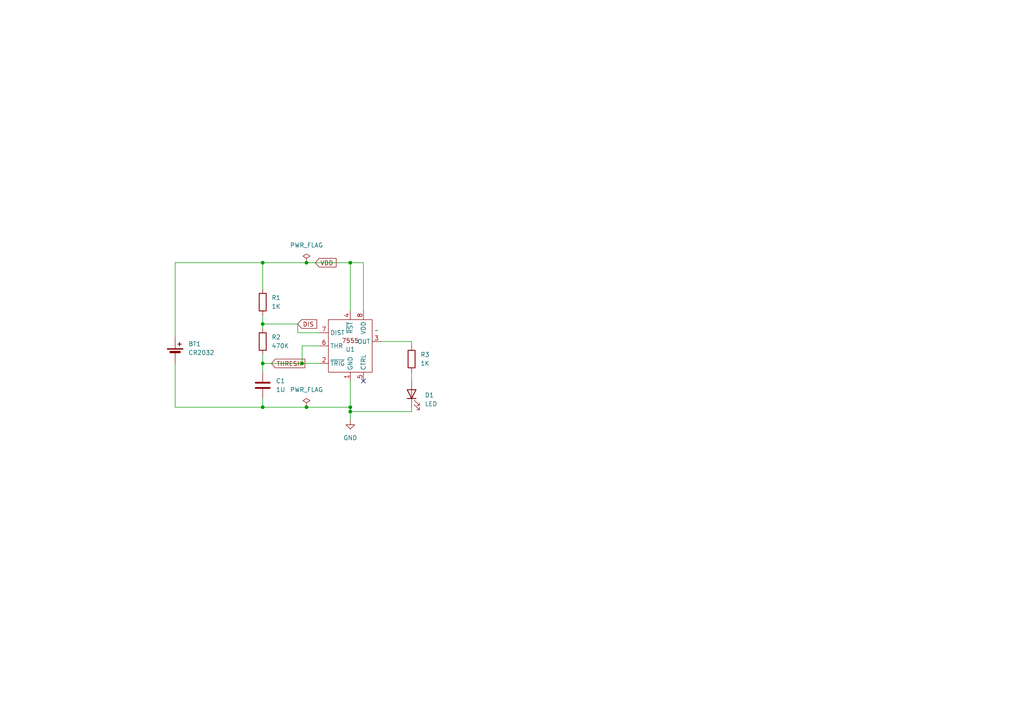
<source format=kicad_sch>
(kicad_sch (version 20250114) (generator "eeschema") (generator_version "9.0")
  (paper "A4")
  (lib_symbols
    (symbol "Device:Battery_Cell" (pin_numbers (hide yes)) (pin_names (offset 0) (hide yes))
      (property "Reference" "BT" (at 2.54 2.54 0))
      (property "Value" "Battery_Cell" (at 2.54 0 0))
      (symbol "Battery_Cell_0_1"
        (rectangle (start -2.286 1.778) (end 2.286 1.524) (fill (type outline)))
        (rectangle (start -1.524 1.016) (end 1.524 0.508) (fill (type outline)))
        (polyline (pts (xy 0 1.778) (xy 0 2.54)))
        (polyline (pts (xy 0 0.762) (xy 0 0)))
        (polyline (pts (xy 0.762 3.048) (xy 1.778 3.048)) (stroke (width 0.254)))
        (polyline (pts (xy 1.27 3.556) (xy 1.27 2.54)) (stroke (width 0.254)))
      )
      (symbol "Battery_Cell_1_1"
        (pin passive line (at 0 5.08 270) (length 2.54) (name "+") (number "1"))
        (pin passive line (at 0 -2.54 90) (length 2.54) (name "-") (number "2"))
      )
    )
    (symbol "Device:C" (pin_numbers (hide yes)) (pin_names (offset 0.254))
      (property "Reference" "C" (at 0.635 2.54 0))
      (property "Value" "C" (at 0.635 -2.54 0))
      (symbol "C_0_1"
        (polyline (pts (xy -2.032 0.762) (xy 2.032 0.762)) (stroke (width 0.508)))
        (polyline (pts (xy -2.032 -0.762) (xy 2.032 -0.762)) (stroke (width 0.508)))
      )
      (symbol "C_1_1"
        (pin passive line (at 0 3.81 270) (length 2.794) (name "~") (number "1"))
        (pin passive line (at 0 -3.81 90) (length 2.794) (name "~") (number "2"))
      )
    )
    (symbol "Device:LED" (pin_numbers (hide yes)) (pin_names (offset 1.016) (hide yes))
      (property "Reference" "D" (at 0 2.54 0))
      (property "Value" "LED" (at 0 -2.54 0))
      (symbol "LED_0_1"
        (polyline (pts (xy -3.048 -0.762) (xy -4.572 -2.286) (xy -3.81 -2.286) (xy -4.572 -2.286) (xy -4.572 -1.524)))
        (polyline (pts (xy -1.778 -0.762) (xy -3.302 -2.286) (xy -2.54 -2.286) (xy -3.302 -2.286) (xy -3.302 -1.524)))
        (polyline (pts (xy -1.27 0) (xy 1.27 0)))
        (polyline (pts (xy -1.27 -1.27) (xy -1.27 1.27)) (stroke (width 0.254)))
        (polyline (pts (xy 1.27 -1.27) (xy 1.27 1.27) (xy -1.27 0) (xy 1.27 -1.27)) (stroke (width 0.254)))
      )
      (symbol "LED_1_1"
        (pin passive line (at -3.81 0 0) (length 2.54) (name "K") (number "1"))
        (pin passive line (at 3.81 0 180) (length 2.54) (name "A") (number "2"))
      )
    )
    (symbol "Device:R" (pin_numbers (hide yes)) (pin_names (offset 0))
      (property "Reference" "R" (at 2.032 0 90))
      (property "Value" "R" (at 0 0 90))
      (symbol "R_0_1"
        (rectangle (start -1.016 -2.54) (end 1.016 2.54) (stroke (width 0.254)))
      )
      (symbol "R_1_1"
        (pin passive line (at 0 3.81 270) (length 1.27) (name "~") (number "1"))
        (pin passive line (at 0 -3.81 90) (length 1.27) (name "~") (number "2"))
      )
    )
    (symbol "gtb5:7555"
      (property "Reference" "U" (at 0 -0.762 0))
      (symbol "7555_0_1"
        (rectangle (start -6.35 8.89) (end 6.35 -6.35))
      )
      (symbol "7555_1_1"
        (text "7555" (at 0 2.794 0) (effects (font (size 1.27 1.27))))
        (pin input line (at -8.89 5.08 0) (length 2.54) (name "DIST") (number "7"))
        (pin input line (at -8.89 1.27 0) (length 2.54) (name "THR") (number "6"))
        (pin input line (at -8.89 -3.81 0) (length 2.54) (name "~{TRIG}") (number "2"))
        (pin input line (at 0 11.43 270) (length 2.54) (name "~{RST}") (number "4"))
        (pin power_in line (at 0 -8.89 90) (length 2.54) (name "GND") (number "1"))
        (pin power_in line (at 3.81 11.43 270) (length 2.54) (name "VDD") (number "8"))
        (pin input line (at 3.81 -8.89 90) (length 2.54) (name "CTRL") (number "5"))
        (pin output line (at 8.89 2.54 180) (length 2.54) (name "OUT") (number "3"))
      )
    )
    (symbol "power:GND" (power) (pin_numbers (hide yes)) (pin_names (offset 0) (hide yes))
      (property "Value" "GND" (at 0 -3.81 0))
      (symbol "GND_0_1"
        (polyline (pts (xy 0 0) (xy 0 -1.27) (xy 1.27 -1.27) (xy 0 -2.54) (xy -1.27 -1.27) (xy 0 -1.27)))
      )
      (symbol "GND_1_1"
        (pin power_in line (at 0 0 270) (length 0) (name "~") (number "1"))
      )
    )
    (symbol "power:PWR_FLAG" (power) (pin_numbers (hide yes)) (pin_names (offset 0) (hide yes))
      (property "Value" "PWR_FLAG" (at 0 3.81 0))
      (symbol "PWR_FLAG_0_0"
        (pin power_out line (at 0 0 90) (length 0) (name "~") (number "1"))
      )
      (symbol "PWR_FLAG_0_1"
        (polyline (pts (xy 0 0) (xy 0 1.27) (xy -1.016 1.905) (xy 0 2.54) (xy 1.016 1.905) (xy 0 1.27)))
      )
    )
  )
  (junction (at 76.2 76.2))
  (junction (at 88.9 118.11))
  (junction (at 101.6 119.38))
  (junction (at 76.2 105.41))
  (junction (at 101.6 118.11))
  (junction (at 87.63 105.41))
  (junction (at 76.2 93.98))
  (junction (at 101.6 76.2))
  (junction (at 76.2 118.11))
  (junction (at 88.9 76.2))
  (no_connect (at 105.41 110.49))
  (wire (pts (xy 76.2 105.41) (xy 76.2 107.95)))
  (wire (pts (xy 92.71 96.52) (xy 86.36 96.52)))
  (wire (pts (xy 119.38 118.11) (xy 119.38 119.38)))
  (wire (pts (xy 50.8 97.79) (xy 50.8 76.2)))
  (wire (pts (xy 101.6 118.11) (xy 101.6 119.38)))
  (wire (pts (xy 92.71 100.33) (xy 87.63 100.33)))
  (wire (pts (xy 88.9 76.2) (xy 101.6 76.2)))
  (wire (pts (xy 110.49 99.06) (xy 119.38 99.06)))
  (wire (pts (xy 119.38 119.38) (xy 101.6 119.38)))
  (wire (pts (xy 86.36 96.52) (xy 86.36 93.98)))
  (wire (pts (xy 76.2 105.41) (xy 87.63 105.41)))
  (wire (pts (xy 50.8 76.2) (xy 76.2 76.2)))
  (wire (pts (xy 86.36 93.98) (xy 76.2 93.98)))
  (wire (pts (xy 76.2 76.2) (xy 76.2 83.82)))
  (wire (pts (xy 101.6 76.2) (xy 105.41 76.2)))
  (wire (pts (xy 101.6 110.49) (xy 101.6 118.11)))
  (wire (pts (xy 76.2 118.11) (xy 88.9 118.11)))
  (wire (pts (xy 87.63 105.41) (xy 92.71 105.41)))
  (wire (pts (xy 76.2 93.98) (xy 76.2 95.25)))
  (wire (pts (xy 76.2 76.2) (xy 88.9 76.2)))
  (wire (pts (xy 87.63 100.33) (xy 87.63 105.41)))
  (wire (pts (xy 101.6 119.38) (xy 101.6 121.92)))
  (wire (pts (xy 76.2 91.44) (xy 76.2 93.98)))
  (wire (pts (xy 88.9 118.11) (xy 101.6 118.11)))
  (wire (pts (xy 105.41 76.2) (xy 105.41 90.17)))
  (wire (pts (xy 119.38 99.06) (xy 119.38 100.33)))
  (wire (pts (xy 50.8 105.41) (xy 50.8 118.11)))
  (wire (pts (xy 119.38 107.95) (xy 119.38 110.49)))
  (wire (pts (xy 76.2 115.57) (xy 76.2 118.11)))
  (wire (pts (xy 101.6 76.2) (xy 101.6 90.17)))
  (wire (pts (xy 50.8 118.11) (xy 76.2 118.11)))
  (wire (pts (xy 76.2 102.87) (xy 76.2 105.41)))
  (global_label "VDD" (shape input) (at 91.44 76.2 0) (property "Intersheetrefs" "${INTERSHEET_REFS}" (effects (hide yes))))
  (global_label "DIS" (shape input) (at 86.36 93.98 0) (property "Intersheetrefs" "${INTERSHEET_REFS}" (effects (hide yes))))
  (global_label "THRESH" (shape input) (at 78.74 105.41 0) (property "Intersheetrefs" "${INTERSHEET_REFS}" (effects (hide yes))))
  (symbol (lib_id "gtb5:7555") (at 101.6 101.6 0) (unit 1)
    (property "Reference" "U1" (at 101.6 101.346 0))
    (property "Value" "~" (at 109.22 95.8149 0))
    (property "Footprint" "Package_SO:SOIC-8_3.9x4.9mm_P1.27mm" (effects (hide yes)))
  )
  (symbol (lib_id "Device:C") (at 76.2 111.76 0) (unit 1)
    (property "Reference" "C1" (at 80.01 110.4899 0) (effects (justify left)))
    (property "Value" "1U" (at 80.01 113.0299 0) (effects (justify left)))
    (property "Footprint" "Capacitor_SMD:C_0805_2012Metric_Pad1.18x1.45mm_HandSolder" (effects (hide yes)))
    (property "Description" "Unpolarized capacitor" (effects (hide yes)))
  )
  (symbol (lib_id "power:GND") (at 101.6 121.92 0) (unit 1)
    (property "Reference" "#PWR01" (effects (hide yes)))
    (property "Value" "GND" (at 101.6 127 0))
    (property "Description" "Power symbol creates a global label with name \"GND\" , ground" (effects (hide yes)))
  )
  (symbol (lib_id "Device:R") (at 119.38 104.14 0) (unit 1)
    (property "Reference" "R3" (at 121.92 102.8699 0) (effects (justify left)))
    (property "Value" "1K" (at 121.92 105.4099 0) (effects (justify left)))
    (property "Footprint" "Resistor_SMD:R_0805_2012Metric_Pad1.20x1.40mm_HandSolder" (effects (hide yes)))
    (property "Description" "Resistor" (effects (hide yes)))
  )
  (symbol (lib_id "Device:LED") (at 119.38 114.3 90) (unit 1)
    (property "Reference" "D1" (at 123.19 114.6174 90) (effects (justify right)))
    (property "Value" "LED" (at 123.19 117.1574 90) (effects (justify right)))
    (property "Footprint" "LED_SMD:LED_0805_2012Metric_Pad1.15x1.40mm_HandSolder" (effects (hide yes)))
    (property "Description" "Light emitting diode" (effects (hide yes)))
    (property "Sim.Pins" "1=K 2=A" (effects (hide yes)))
  )
  (symbol (lib_id "Device:R") (at 76.2 87.63 0) (unit 1)
    (property "Reference" "R1" (at 78.74 86.3599 0) (effects (justify left)))
    (property "Value" "1K" (at 78.74 88.8999 0) (effects (justify left)))
    (property "Footprint" "Resistor_SMD:R_0805_2012Metric_Pad1.20x1.40mm_HandSolder" (effects (hide yes)))
    (property "Description" "Resistor" (effects (hide yes)))
  )
  (symbol (lib_id "power:PWR_FLAG") (at 88.9 118.11 0) (unit 1)
    (property "Reference" "#FLG02" (effects (hide yes)))
    (property "Value" "PWR_FLAG" (at 88.9 113.03 0))
    (property "Description" "Special symbol for telling ERC where power comes from" (effects (hide yes)))
  )
  (symbol (lib_id "power:PWR_FLAG") (at 88.9 76.2 0) (unit 1)
    (property "Reference" "#FLG01" (effects (hide yes)))
    (property "Value" "PWR_FLAG" (at 88.9 71.12 0))
    (property "Description" "Special symbol for telling ERC where power comes from" (effects (hide yes)))
  )
  (symbol (lib_id "Device:Battery_Cell") (at 50.8 102.87 0) (unit 1)
    (property "Reference" "BT1" (at 54.61 99.7584 0) (effects (justify left)))
    (property "Value" "CR2032" (at 54.61 102.2984 0) (effects (justify left)))
    (property "Footprint" "GettingToBlinky5.0:S8211-46R" (effects (hide yes)))
    (property "Description" "Single-cell battery" (effects (hide yes)))
  )
  (symbol (lib_id "Device:R") (at 76.2 99.06 0) (unit 1)
    (property "Reference" "R2" (at 78.74 97.7899 0) (effects (justify left)))
    (property "Value" "470K" (at 78.74 100.3299 0) (effects (justify left)))
    (property "Footprint" "Resistor_SMD:R_0805_2012Metric_Pad1.20x1.40mm_HandSolder" (effects (hide yes)))
    (property "Description" "Resistor" (effects (hide yes)))
  )
)
</source>
